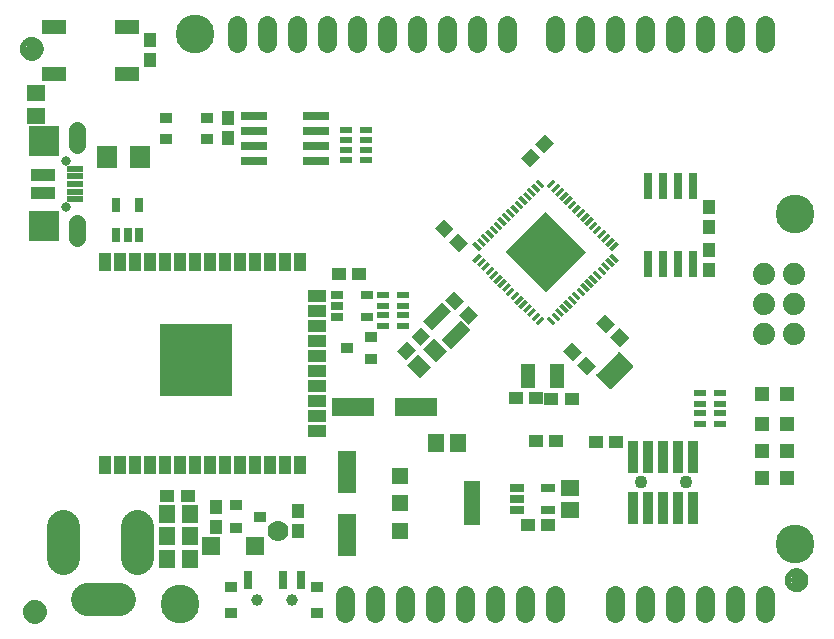
<source format=gbr>
G04 EAGLE Gerber RS-274X export*
G75*
%MOMM*%
%FSLAX34Y34*%
%LPD*%
%INSoldermask Top*%
%IPPOS*%
%AMOC8*
5,1,8,0,0,1.08239X$1,22.5*%
G01*
%ADD10C,3.276600*%
%ADD11C,1.879600*%
%ADD12C,1.601600*%
%ADD13R,1.341600X1.601600*%
%ADD14R,1.501600X3.657600*%
%ADD15R,3.657600X1.501600*%
%ADD16R,1.301600X1.301600*%
%ADD17R,1.501600X1.501600*%
%ADD18C,1.101600*%
%ADD19C,0.500000*%
%ADD20R,1.601600X1.341600*%
%ADD21R,1.301600X0.651600*%
%ADD22R,1.401600X1.401600*%
%ADD23R,1.401600X3.701600*%
%ADD24R,1.101600X1.176600*%
%ADD25R,0.990600X0.889000*%
%ADD26C,0.801600*%
%ADD27R,2.514600X2.514600*%
%ADD28C,1.409600*%
%ADD29R,2.101600X1.101600*%
%ADD30R,1.450000X0.500000*%
%ADD31R,1.701600X1.904600*%
%ADD32R,2.101600X1.301600*%
%ADD33C,1.778000*%
%ADD34R,1.176600X1.101600*%
%ADD35R,1.091600X0.791600*%
%ADD36R,1.001600X0.551600*%
%ADD37R,0.861600X2.701600*%
%ADD38R,0.701600X2.301600*%
%ADD39R,1.101600X0.951600*%
%ADD40R,0.801600X0.321600*%
%ADD41R,4.801600X4.801600*%
%ADD42R,1.117600X2.301600*%
%ADD43R,1.201600X2.001600*%
%ADD44C,2.801600*%
%ADD45R,1.101600X0.901600*%
%ADD46R,0.801600X1.601600*%
%ADD47C,1.001600*%
%ADD48R,1.001600X1.601600*%
%ADD49R,1.601600X1.001600*%
%ADD50R,6.101600X6.101600*%
%ADD51R,0.651600X1.301600*%
%ADD52R,2.311400X0.711200*%

G36*
X504114Y207355D02*
X504114Y207355D01*
X504233Y207359D01*
X504272Y207370D01*
X504312Y207374D01*
X504424Y207414D01*
X504539Y207447D01*
X504573Y207468D01*
X504612Y207482D01*
X504710Y207548D01*
X504813Y207609D01*
X504858Y207649D01*
X504875Y207660D01*
X504888Y207675D01*
X504933Y207715D01*
X522894Y225676D01*
X522967Y225770D01*
X523046Y225859D01*
X523064Y225895D01*
X523089Y225927D01*
X523136Y226036D01*
X523190Y226142D01*
X523199Y226182D01*
X523215Y226219D01*
X523234Y226337D01*
X523260Y226453D01*
X523259Y226493D01*
X523265Y226533D01*
X523254Y226652D01*
X523250Y226770D01*
X523239Y226809D01*
X523235Y226850D01*
X523195Y226962D01*
X523162Y227076D01*
X523141Y227111D01*
X523128Y227149D01*
X523061Y227247D01*
X523000Y227350D01*
X522960Y227395D01*
X522949Y227412D01*
X522934Y227425D01*
X522894Y227471D01*
X512118Y238247D01*
X512023Y238320D01*
X511934Y238399D01*
X511898Y238417D01*
X511866Y238442D01*
X511757Y238489D01*
X511651Y238543D01*
X511612Y238552D01*
X511574Y238568D01*
X511457Y238587D01*
X511341Y238613D01*
X511300Y238612D01*
X511260Y238618D01*
X511142Y238607D01*
X511023Y238603D01*
X510984Y238592D01*
X510944Y238588D01*
X510832Y238548D01*
X510717Y238515D01*
X510683Y238494D01*
X510644Y238481D01*
X510546Y238414D01*
X510443Y238353D01*
X510398Y238314D01*
X510381Y238302D01*
X510368Y238287D01*
X510323Y238247D01*
X492362Y220287D01*
X492289Y220192D01*
X492210Y220103D01*
X492192Y220067D01*
X492167Y220035D01*
X492120Y219926D01*
X492066Y219820D01*
X492057Y219781D01*
X492041Y219743D01*
X492022Y219626D01*
X491996Y219510D01*
X491997Y219469D01*
X491991Y219429D01*
X492002Y219311D01*
X492006Y219192D01*
X492017Y219153D01*
X492021Y219113D01*
X492061Y219001D01*
X492094Y218886D01*
X492115Y218852D01*
X492128Y218813D01*
X492195Y218715D01*
X492256Y218612D01*
X492296Y218567D01*
X492307Y218550D01*
X492322Y218537D01*
X492362Y218492D01*
X503138Y207715D01*
X503233Y207642D01*
X503322Y207563D01*
X503358Y207545D01*
X503390Y207520D01*
X503499Y207473D01*
X503605Y207419D01*
X503644Y207410D01*
X503682Y207394D01*
X503799Y207375D01*
X503915Y207349D01*
X503956Y207350D01*
X503996Y207344D01*
X504114Y207355D01*
G37*
D10*
X660400Y355600D03*
X660400Y76200D03*
X152400Y508000D03*
X139700Y25400D03*
D11*
X659130Y304800D03*
X659130Y279400D03*
X659130Y254000D03*
X633730Y304800D03*
X633730Y279400D03*
X633730Y254000D03*
D12*
X508000Y32900D02*
X508000Y17900D01*
X533400Y17900D02*
X533400Y32900D01*
X558800Y32900D02*
X558800Y17900D01*
X584200Y17900D02*
X584200Y32900D01*
X609600Y32900D02*
X609600Y17900D01*
X635000Y17900D02*
X635000Y32900D01*
D13*
X375260Y161290D03*
X356260Y161290D03*
D14*
X280924Y83950D03*
X280924Y137030D03*
D15*
X286134Y192278D03*
X339214Y192278D03*
D16*
X632374Y203454D03*
X653374Y203454D03*
D17*
X202650Y74676D03*
X165650Y74676D03*
D18*
X13970Y495300D03*
D19*
X13970Y502800D02*
X13789Y502798D01*
X13608Y502791D01*
X13427Y502780D01*
X13246Y502765D01*
X13066Y502745D01*
X12886Y502721D01*
X12707Y502693D01*
X12529Y502660D01*
X12352Y502623D01*
X12175Y502582D01*
X12000Y502537D01*
X11825Y502487D01*
X11652Y502433D01*
X11481Y502375D01*
X11310Y502313D01*
X11142Y502246D01*
X10975Y502176D01*
X10809Y502102D01*
X10646Y502023D01*
X10485Y501941D01*
X10325Y501855D01*
X10168Y501765D01*
X10013Y501671D01*
X9860Y501574D01*
X9710Y501472D01*
X9562Y501368D01*
X9416Y501259D01*
X9274Y501148D01*
X9134Y501032D01*
X8997Y500914D01*
X8862Y500792D01*
X8731Y500667D01*
X8603Y500539D01*
X8478Y500408D01*
X8356Y500273D01*
X8238Y500136D01*
X8122Y499996D01*
X8011Y499854D01*
X7902Y499708D01*
X7798Y499560D01*
X7696Y499410D01*
X7599Y499257D01*
X7505Y499102D01*
X7415Y498945D01*
X7329Y498785D01*
X7247Y498624D01*
X7168Y498461D01*
X7094Y498295D01*
X7024Y498128D01*
X6957Y497960D01*
X6895Y497789D01*
X6837Y497618D01*
X6783Y497445D01*
X6733Y497270D01*
X6688Y497095D01*
X6647Y496918D01*
X6610Y496741D01*
X6577Y496563D01*
X6549Y496384D01*
X6525Y496204D01*
X6505Y496024D01*
X6490Y495843D01*
X6479Y495662D01*
X6472Y495481D01*
X6470Y495300D01*
X13970Y502800D02*
X14151Y502798D01*
X14332Y502791D01*
X14513Y502780D01*
X14694Y502765D01*
X14874Y502745D01*
X15054Y502721D01*
X15233Y502693D01*
X15411Y502660D01*
X15588Y502623D01*
X15765Y502582D01*
X15940Y502537D01*
X16115Y502487D01*
X16288Y502433D01*
X16459Y502375D01*
X16630Y502313D01*
X16798Y502246D01*
X16965Y502176D01*
X17131Y502102D01*
X17294Y502023D01*
X17455Y501941D01*
X17615Y501855D01*
X17772Y501765D01*
X17927Y501671D01*
X18080Y501574D01*
X18230Y501472D01*
X18378Y501368D01*
X18524Y501259D01*
X18666Y501148D01*
X18806Y501032D01*
X18943Y500914D01*
X19078Y500792D01*
X19209Y500667D01*
X19337Y500539D01*
X19462Y500408D01*
X19584Y500273D01*
X19702Y500136D01*
X19818Y499996D01*
X19929Y499854D01*
X20038Y499708D01*
X20142Y499560D01*
X20244Y499410D01*
X20341Y499257D01*
X20435Y499102D01*
X20525Y498945D01*
X20611Y498785D01*
X20693Y498624D01*
X20772Y498461D01*
X20846Y498295D01*
X20916Y498128D01*
X20983Y497960D01*
X21045Y497789D01*
X21103Y497618D01*
X21157Y497445D01*
X21207Y497270D01*
X21252Y497095D01*
X21293Y496918D01*
X21330Y496741D01*
X21363Y496563D01*
X21391Y496384D01*
X21415Y496204D01*
X21435Y496024D01*
X21450Y495843D01*
X21461Y495662D01*
X21468Y495481D01*
X21470Y495300D01*
X21468Y495119D01*
X21461Y494938D01*
X21450Y494757D01*
X21435Y494576D01*
X21415Y494396D01*
X21391Y494216D01*
X21363Y494037D01*
X21330Y493859D01*
X21293Y493682D01*
X21252Y493505D01*
X21207Y493330D01*
X21157Y493155D01*
X21103Y492982D01*
X21045Y492811D01*
X20983Y492640D01*
X20916Y492472D01*
X20846Y492305D01*
X20772Y492139D01*
X20693Y491976D01*
X20611Y491815D01*
X20525Y491655D01*
X20435Y491498D01*
X20341Y491343D01*
X20244Y491190D01*
X20142Y491040D01*
X20038Y490892D01*
X19929Y490746D01*
X19818Y490604D01*
X19702Y490464D01*
X19584Y490327D01*
X19462Y490192D01*
X19337Y490061D01*
X19209Y489933D01*
X19078Y489808D01*
X18943Y489686D01*
X18806Y489568D01*
X18666Y489452D01*
X18524Y489341D01*
X18378Y489232D01*
X18230Y489128D01*
X18080Y489026D01*
X17927Y488929D01*
X17772Y488835D01*
X17615Y488745D01*
X17455Y488659D01*
X17294Y488577D01*
X17131Y488498D01*
X16965Y488424D01*
X16798Y488354D01*
X16630Y488287D01*
X16459Y488225D01*
X16288Y488167D01*
X16115Y488113D01*
X15940Y488063D01*
X15765Y488018D01*
X15588Y487977D01*
X15411Y487940D01*
X15233Y487907D01*
X15054Y487879D01*
X14874Y487855D01*
X14694Y487835D01*
X14513Y487820D01*
X14332Y487809D01*
X14151Y487802D01*
X13970Y487800D01*
X13789Y487802D01*
X13608Y487809D01*
X13427Y487820D01*
X13246Y487835D01*
X13066Y487855D01*
X12886Y487879D01*
X12707Y487907D01*
X12529Y487940D01*
X12352Y487977D01*
X12175Y488018D01*
X12000Y488063D01*
X11825Y488113D01*
X11652Y488167D01*
X11481Y488225D01*
X11310Y488287D01*
X11142Y488354D01*
X10975Y488424D01*
X10809Y488498D01*
X10646Y488577D01*
X10485Y488659D01*
X10325Y488745D01*
X10168Y488835D01*
X10013Y488929D01*
X9860Y489026D01*
X9710Y489128D01*
X9562Y489232D01*
X9416Y489341D01*
X9274Y489452D01*
X9134Y489568D01*
X8997Y489686D01*
X8862Y489808D01*
X8731Y489933D01*
X8603Y490061D01*
X8478Y490192D01*
X8356Y490327D01*
X8238Y490464D01*
X8122Y490604D01*
X8011Y490746D01*
X7902Y490892D01*
X7798Y491040D01*
X7696Y491190D01*
X7599Y491343D01*
X7505Y491498D01*
X7415Y491655D01*
X7329Y491815D01*
X7247Y491976D01*
X7168Y492139D01*
X7094Y492305D01*
X7024Y492472D01*
X6957Y492640D01*
X6895Y492811D01*
X6837Y492982D01*
X6783Y493155D01*
X6733Y493330D01*
X6688Y493505D01*
X6647Y493682D01*
X6610Y493859D01*
X6577Y494037D01*
X6549Y494216D01*
X6525Y494396D01*
X6505Y494576D01*
X6490Y494757D01*
X6479Y494938D01*
X6472Y495119D01*
X6470Y495300D01*
D18*
X661590Y45490D03*
D19*
X661590Y52990D02*
X661409Y52988D01*
X661228Y52981D01*
X661047Y52970D01*
X660866Y52955D01*
X660686Y52935D01*
X660506Y52911D01*
X660327Y52883D01*
X660149Y52850D01*
X659972Y52813D01*
X659795Y52772D01*
X659620Y52727D01*
X659445Y52677D01*
X659272Y52623D01*
X659101Y52565D01*
X658930Y52503D01*
X658762Y52436D01*
X658595Y52366D01*
X658429Y52292D01*
X658266Y52213D01*
X658105Y52131D01*
X657945Y52045D01*
X657788Y51955D01*
X657633Y51861D01*
X657480Y51764D01*
X657330Y51662D01*
X657182Y51558D01*
X657036Y51449D01*
X656894Y51338D01*
X656754Y51222D01*
X656617Y51104D01*
X656482Y50982D01*
X656351Y50857D01*
X656223Y50729D01*
X656098Y50598D01*
X655976Y50463D01*
X655858Y50326D01*
X655742Y50186D01*
X655631Y50044D01*
X655522Y49898D01*
X655418Y49750D01*
X655316Y49600D01*
X655219Y49447D01*
X655125Y49292D01*
X655035Y49135D01*
X654949Y48975D01*
X654867Y48814D01*
X654788Y48651D01*
X654714Y48485D01*
X654644Y48318D01*
X654577Y48150D01*
X654515Y47979D01*
X654457Y47808D01*
X654403Y47635D01*
X654353Y47460D01*
X654308Y47285D01*
X654267Y47108D01*
X654230Y46931D01*
X654197Y46753D01*
X654169Y46574D01*
X654145Y46394D01*
X654125Y46214D01*
X654110Y46033D01*
X654099Y45852D01*
X654092Y45671D01*
X654090Y45490D01*
X661590Y52990D02*
X661771Y52988D01*
X661952Y52981D01*
X662133Y52970D01*
X662314Y52955D01*
X662494Y52935D01*
X662674Y52911D01*
X662853Y52883D01*
X663031Y52850D01*
X663208Y52813D01*
X663385Y52772D01*
X663560Y52727D01*
X663735Y52677D01*
X663908Y52623D01*
X664079Y52565D01*
X664250Y52503D01*
X664418Y52436D01*
X664585Y52366D01*
X664751Y52292D01*
X664914Y52213D01*
X665075Y52131D01*
X665235Y52045D01*
X665392Y51955D01*
X665547Y51861D01*
X665700Y51764D01*
X665850Y51662D01*
X665998Y51558D01*
X666144Y51449D01*
X666286Y51338D01*
X666426Y51222D01*
X666563Y51104D01*
X666698Y50982D01*
X666829Y50857D01*
X666957Y50729D01*
X667082Y50598D01*
X667204Y50463D01*
X667322Y50326D01*
X667438Y50186D01*
X667549Y50044D01*
X667658Y49898D01*
X667762Y49750D01*
X667864Y49600D01*
X667961Y49447D01*
X668055Y49292D01*
X668145Y49135D01*
X668231Y48975D01*
X668313Y48814D01*
X668392Y48651D01*
X668466Y48485D01*
X668536Y48318D01*
X668603Y48150D01*
X668665Y47979D01*
X668723Y47808D01*
X668777Y47635D01*
X668827Y47460D01*
X668872Y47285D01*
X668913Y47108D01*
X668950Y46931D01*
X668983Y46753D01*
X669011Y46574D01*
X669035Y46394D01*
X669055Y46214D01*
X669070Y46033D01*
X669081Y45852D01*
X669088Y45671D01*
X669090Y45490D01*
X669088Y45309D01*
X669081Y45128D01*
X669070Y44947D01*
X669055Y44766D01*
X669035Y44586D01*
X669011Y44406D01*
X668983Y44227D01*
X668950Y44049D01*
X668913Y43872D01*
X668872Y43695D01*
X668827Y43520D01*
X668777Y43345D01*
X668723Y43172D01*
X668665Y43001D01*
X668603Y42830D01*
X668536Y42662D01*
X668466Y42495D01*
X668392Y42329D01*
X668313Y42166D01*
X668231Y42005D01*
X668145Y41845D01*
X668055Y41688D01*
X667961Y41533D01*
X667864Y41380D01*
X667762Y41230D01*
X667658Y41082D01*
X667549Y40936D01*
X667438Y40794D01*
X667322Y40654D01*
X667204Y40517D01*
X667082Y40382D01*
X666957Y40251D01*
X666829Y40123D01*
X666698Y39998D01*
X666563Y39876D01*
X666426Y39758D01*
X666286Y39642D01*
X666144Y39531D01*
X665998Y39422D01*
X665850Y39318D01*
X665700Y39216D01*
X665547Y39119D01*
X665392Y39025D01*
X665235Y38935D01*
X665075Y38849D01*
X664914Y38767D01*
X664751Y38688D01*
X664585Y38614D01*
X664418Y38544D01*
X664250Y38477D01*
X664079Y38415D01*
X663908Y38357D01*
X663735Y38303D01*
X663560Y38253D01*
X663385Y38208D01*
X663208Y38167D01*
X663031Y38130D01*
X662853Y38097D01*
X662674Y38069D01*
X662494Y38045D01*
X662314Y38025D01*
X662133Y38010D01*
X661952Y37999D01*
X661771Y37992D01*
X661590Y37990D01*
X661409Y37992D01*
X661228Y37999D01*
X661047Y38010D01*
X660866Y38025D01*
X660686Y38045D01*
X660506Y38069D01*
X660327Y38097D01*
X660149Y38130D01*
X659972Y38167D01*
X659795Y38208D01*
X659620Y38253D01*
X659445Y38303D01*
X659272Y38357D01*
X659101Y38415D01*
X658930Y38477D01*
X658762Y38544D01*
X658595Y38614D01*
X658429Y38688D01*
X658266Y38767D01*
X658105Y38849D01*
X657945Y38935D01*
X657788Y39025D01*
X657633Y39119D01*
X657480Y39216D01*
X657330Y39318D01*
X657182Y39422D01*
X657036Y39531D01*
X656894Y39642D01*
X656754Y39758D01*
X656617Y39876D01*
X656482Y39998D01*
X656351Y40123D01*
X656223Y40251D01*
X656098Y40382D01*
X655976Y40517D01*
X655858Y40654D01*
X655742Y40794D01*
X655631Y40936D01*
X655522Y41082D01*
X655418Y41230D01*
X655316Y41380D01*
X655219Y41533D01*
X655125Y41688D01*
X655035Y41845D01*
X654949Y42005D01*
X654867Y42166D01*
X654788Y42329D01*
X654714Y42495D01*
X654644Y42662D01*
X654577Y42830D01*
X654515Y43001D01*
X654457Y43172D01*
X654403Y43345D01*
X654353Y43520D01*
X654308Y43695D01*
X654267Y43872D01*
X654230Y44049D01*
X654197Y44227D01*
X654169Y44406D01*
X654145Y44586D01*
X654125Y44766D01*
X654110Y44947D01*
X654099Y45128D01*
X654092Y45309D01*
X654090Y45490D01*
D18*
X16726Y18606D03*
D19*
X16726Y26106D02*
X16545Y26104D01*
X16364Y26097D01*
X16183Y26086D01*
X16002Y26071D01*
X15822Y26051D01*
X15642Y26027D01*
X15463Y25999D01*
X15285Y25966D01*
X15108Y25929D01*
X14931Y25888D01*
X14756Y25843D01*
X14581Y25793D01*
X14408Y25739D01*
X14237Y25681D01*
X14066Y25619D01*
X13898Y25552D01*
X13731Y25482D01*
X13565Y25408D01*
X13402Y25329D01*
X13241Y25247D01*
X13081Y25161D01*
X12924Y25071D01*
X12769Y24977D01*
X12616Y24880D01*
X12466Y24778D01*
X12318Y24674D01*
X12172Y24565D01*
X12030Y24454D01*
X11890Y24338D01*
X11753Y24220D01*
X11618Y24098D01*
X11487Y23973D01*
X11359Y23845D01*
X11234Y23714D01*
X11112Y23579D01*
X10994Y23442D01*
X10878Y23302D01*
X10767Y23160D01*
X10658Y23014D01*
X10554Y22866D01*
X10452Y22716D01*
X10355Y22563D01*
X10261Y22408D01*
X10171Y22251D01*
X10085Y22091D01*
X10003Y21930D01*
X9924Y21767D01*
X9850Y21601D01*
X9780Y21434D01*
X9713Y21266D01*
X9651Y21095D01*
X9593Y20924D01*
X9539Y20751D01*
X9489Y20576D01*
X9444Y20401D01*
X9403Y20224D01*
X9366Y20047D01*
X9333Y19869D01*
X9305Y19690D01*
X9281Y19510D01*
X9261Y19330D01*
X9246Y19149D01*
X9235Y18968D01*
X9228Y18787D01*
X9226Y18606D01*
X16726Y26106D02*
X16907Y26104D01*
X17088Y26097D01*
X17269Y26086D01*
X17450Y26071D01*
X17630Y26051D01*
X17810Y26027D01*
X17989Y25999D01*
X18167Y25966D01*
X18344Y25929D01*
X18521Y25888D01*
X18696Y25843D01*
X18871Y25793D01*
X19044Y25739D01*
X19215Y25681D01*
X19386Y25619D01*
X19554Y25552D01*
X19721Y25482D01*
X19887Y25408D01*
X20050Y25329D01*
X20211Y25247D01*
X20371Y25161D01*
X20528Y25071D01*
X20683Y24977D01*
X20836Y24880D01*
X20986Y24778D01*
X21134Y24674D01*
X21280Y24565D01*
X21422Y24454D01*
X21562Y24338D01*
X21699Y24220D01*
X21834Y24098D01*
X21965Y23973D01*
X22093Y23845D01*
X22218Y23714D01*
X22340Y23579D01*
X22458Y23442D01*
X22574Y23302D01*
X22685Y23160D01*
X22794Y23014D01*
X22898Y22866D01*
X23000Y22716D01*
X23097Y22563D01*
X23191Y22408D01*
X23281Y22251D01*
X23367Y22091D01*
X23449Y21930D01*
X23528Y21767D01*
X23602Y21601D01*
X23672Y21434D01*
X23739Y21266D01*
X23801Y21095D01*
X23859Y20924D01*
X23913Y20751D01*
X23963Y20576D01*
X24008Y20401D01*
X24049Y20224D01*
X24086Y20047D01*
X24119Y19869D01*
X24147Y19690D01*
X24171Y19510D01*
X24191Y19330D01*
X24206Y19149D01*
X24217Y18968D01*
X24224Y18787D01*
X24226Y18606D01*
X24224Y18425D01*
X24217Y18244D01*
X24206Y18063D01*
X24191Y17882D01*
X24171Y17702D01*
X24147Y17522D01*
X24119Y17343D01*
X24086Y17165D01*
X24049Y16988D01*
X24008Y16811D01*
X23963Y16636D01*
X23913Y16461D01*
X23859Y16288D01*
X23801Y16117D01*
X23739Y15946D01*
X23672Y15778D01*
X23602Y15611D01*
X23528Y15445D01*
X23449Y15282D01*
X23367Y15121D01*
X23281Y14961D01*
X23191Y14804D01*
X23097Y14649D01*
X23000Y14496D01*
X22898Y14346D01*
X22794Y14198D01*
X22685Y14052D01*
X22574Y13910D01*
X22458Y13770D01*
X22340Y13633D01*
X22218Y13498D01*
X22093Y13367D01*
X21965Y13239D01*
X21834Y13114D01*
X21699Y12992D01*
X21562Y12874D01*
X21422Y12758D01*
X21280Y12647D01*
X21134Y12538D01*
X20986Y12434D01*
X20836Y12332D01*
X20683Y12235D01*
X20528Y12141D01*
X20371Y12051D01*
X20211Y11965D01*
X20050Y11883D01*
X19887Y11804D01*
X19721Y11730D01*
X19554Y11660D01*
X19386Y11593D01*
X19215Y11531D01*
X19044Y11473D01*
X18871Y11419D01*
X18696Y11369D01*
X18521Y11324D01*
X18344Y11283D01*
X18167Y11246D01*
X17989Y11213D01*
X17810Y11185D01*
X17630Y11161D01*
X17450Y11141D01*
X17269Y11126D01*
X17088Y11115D01*
X16907Y11108D01*
X16726Y11106D01*
X16545Y11108D01*
X16364Y11115D01*
X16183Y11126D01*
X16002Y11141D01*
X15822Y11161D01*
X15642Y11185D01*
X15463Y11213D01*
X15285Y11246D01*
X15108Y11283D01*
X14931Y11324D01*
X14756Y11369D01*
X14581Y11419D01*
X14408Y11473D01*
X14237Y11531D01*
X14066Y11593D01*
X13898Y11660D01*
X13731Y11730D01*
X13565Y11804D01*
X13402Y11883D01*
X13241Y11965D01*
X13081Y12051D01*
X12924Y12141D01*
X12769Y12235D01*
X12616Y12332D01*
X12466Y12434D01*
X12318Y12538D01*
X12172Y12647D01*
X12030Y12758D01*
X11890Y12874D01*
X11753Y12992D01*
X11618Y13114D01*
X11487Y13239D01*
X11359Y13367D01*
X11234Y13498D01*
X11112Y13633D01*
X10994Y13770D01*
X10878Y13910D01*
X10767Y14052D01*
X10658Y14198D01*
X10554Y14346D01*
X10452Y14496D01*
X10355Y14649D01*
X10261Y14804D01*
X10171Y14961D01*
X10085Y15121D01*
X10003Y15282D01*
X9924Y15445D01*
X9850Y15611D01*
X9780Y15778D01*
X9713Y15946D01*
X9651Y16117D01*
X9593Y16288D01*
X9539Y16461D01*
X9489Y16636D01*
X9444Y16811D01*
X9403Y16988D01*
X9366Y17165D01*
X9333Y17343D01*
X9305Y17522D01*
X9281Y17702D01*
X9261Y17882D01*
X9246Y18063D01*
X9235Y18244D01*
X9228Y18425D01*
X9226Y18606D01*
D16*
X653374Y132334D03*
X632374Y132334D03*
D20*
X469900Y104800D03*
X469900Y123800D03*
D21*
X425150Y123800D03*
X425150Y114300D03*
X425150Y104800D03*
X451150Y104800D03*
X451150Y123800D03*
D22*
X326116Y133490D03*
X326116Y110490D03*
X326116Y87490D03*
D23*
X387116Y110490D03*
D24*
X239776Y104004D03*
X239776Y87004D03*
X180340Y436490D03*
X180340Y419490D03*
D25*
X186690Y108966D03*
X186690Y89662D03*
X207010Y99314D03*
D24*
X170180Y107560D03*
X170180Y90560D03*
D26*
X43180Y400500D03*
X43180Y361500D03*
D27*
X24180Y345000D03*
X24180Y417000D03*
D28*
X52180Y414000D02*
X52180Y427080D01*
X52180Y348000D02*
X52180Y334920D01*
D29*
X23180Y388500D03*
X23180Y373500D03*
D30*
X50930Y394000D03*
X50930Y387500D03*
X50930Y381000D03*
X50930Y374500D03*
X50930Y368000D03*
D16*
X632374Y178054D03*
X653374Y178054D03*
X632374Y155194D03*
X653374Y155194D03*
D31*
X105914Y403860D03*
X77474Y403860D03*
D32*
X94500Y474030D03*
X32500Y474030D03*
X32500Y514030D03*
X94500Y514030D03*
D12*
X187960Y515500D02*
X187960Y500500D01*
X213360Y500500D02*
X213360Y515500D01*
X238760Y515500D02*
X238760Y500500D01*
X264160Y500500D02*
X264160Y515500D01*
X289560Y515500D02*
X289560Y500500D01*
X314960Y500500D02*
X314960Y515500D01*
X340360Y515500D02*
X340360Y500500D01*
X365760Y500500D02*
X365760Y515500D01*
X391160Y515500D02*
X391160Y500500D01*
X416560Y500500D02*
X416560Y515500D01*
X457200Y515500D02*
X457200Y500500D01*
X482600Y500500D02*
X482600Y515500D01*
X508000Y515500D02*
X508000Y500500D01*
X533400Y500500D02*
X533400Y515500D01*
X558800Y515500D02*
X558800Y500500D01*
X584200Y500500D02*
X584200Y515500D01*
X609600Y515500D02*
X609600Y500500D01*
X635000Y500500D02*
X635000Y515500D01*
X279400Y32900D02*
X279400Y17900D01*
X304800Y17900D02*
X304800Y32900D01*
X330200Y32900D02*
X330200Y17900D01*
X355600Y17900D02*
X355600Y32900D01*
X381000Y32900D02*
X381000Y17900D01*
X406400Y17900D02*
X406400Y32900D01*
X431800Y32900D02*
X431800Y17900D01*
X457200Y17900D02*
X457200Y32900D01*
D20*
X17780Y457810D03*
X17780Y438810D03*
D33*
X222250Y87376D03*
D25*
X280924Y242062D03*
X301244Y251714D03*
X301244Y232410D03*
D34*
X273948Y305054D03*
X290948Y305054D03*
D35*
X272342Y287122D03*
X272342Y277622D03*
X272342Y268122D03*
X298242Y268122D03*
X298242Y287122D03*
D36*
X579764Y177754D03*
X596764Y177754D03*
X579764Y186754D03*
X579764Y194754D03*
X579764Y203754D03*
X596764Y203754D03*
X596764Y186754D03*
X596764Y194754D03*
X311286Y261066D03*
X328286Y261066D03*
X311286Y270066D03*
X311286Y278066D03*
X311286Y287066D03*
X328286Y287066D03*
X328286Y270066D03*
X328286Y278066D03*
D37*
X523240Y149770D03*
X535940Y149770D03*
X548640Y149770D03*
X561340Y149770D03*
X574040Y149770D03*
X523240Y106770D03*
X535940Y106770D03*
X548640Y106770D03*
X561340Y106770D03*
X574040Y106770D03*
D18*
X529590Y128270D03*
X567690Y128270D03*
D34*
X508880Y162560D03*
X491880Y162560D03*
D38*
X561594Y379098D03*
X561594Y312798D03*
X574294Y379098D03*
X548894Y379098D03*
X536194Y379098D03*
X574294Y312798D03*
X548894Y312798D03*
X536194Y312798D03*
D24*
X587502Y361814D03*
X587502Y344814D03*
D39*
X162280Y419240D03*
X127280Y419240D03*
X162280Y436740D03*
X127280Y436740D03*
D40*
G36*
X452307Y269130D02*
X457975Y263462D01*
X455701Y261188D01*
X450033Y266856D01*
X452307Y269130D01*
G37*
G36*
X455842Y272666D02*
X461510Y266998D01*
X459236Y264724D01*
X453568Y270392D01*
X455842Y272666D01*
G37*
G36*
X459378Y276201D02*
X465046Y270533D01*
X462772Y268259D01*
X457104Y273927D01*
X459378Y276201D01*
G37*
G36*
X462913Y279737D02*
X468581Y274069D01*
X466307Y271795D01*
X460639Y277463D01*
X462913Y279737D01*
G37*
G36*
X466449Y283273D02*
X472117Y277605D01*
X469843Y275331D01*
X464175Y280999D01*
X466449Y283273D01*
G37*
G36*
X469984Y286808D02*
X475652Y281140D01*
X473378Y278866D01*
X467710Y284534D01*
X469984Y286808D01*
G37*
G36*
X473520Y290344D02*
X479188Y284676D01*
X476914Y282402D01*
X471246Y288070D01*
X473520Y290344D01*
G37*
G36*
X477055Y293879D02*
X482723Y288211D01*
X480449Y285937D01*
X474781Y291605D01*
X477055Y293879D01*
G37*
G36*
X480591Y297415D02*
X486259Y291747D01*
X483985Y289473D01*
X478317Y295141D01*
X480591Y297415D01*
G37*
G36*
X484127Y300950D02*
X489795Y295282D01*
X487521Y293008D01*
X481853Y298676D01*
X484127Y300950D01*
G37*
G36*
X487662Y304486D02*
X493330Y298818D01*
X491056Y296544D01*
X485388Y302212D01*
X487662Y304486D01*
G37*
G36*
X491198Y308021D02*
X496866Y302353D01*
X494592Y300079D01*
X488924Y305747D01*
X491198Y308021D01*
G37*
G36*
X494733Y311557D02*
X500401Y305889D01*
X498127Y303615D01*
X492459Y309283D01*
X494733Y311557D01*
G37*
G36*
X498269Y315092D02*
X503937Y309424D01*
X501663Y307150D01*
X495995Y312818D01*
X498269Y315092D01*
G37*
G36*
X501804Y318628D02*
X507472Y312960D01*
X505198Y310686D01*
X499530Y316354D01*
X501804Y318628D01*
G37*
G36*
X505340Y322163D02*
X511008Y316495D01*
X508734Y314221D01*
X503066Y319889D01*
X505340Y322163D01*
G37*
G36*
X503066Y326395D02*
X508734Y332063D01*
X511008Y329789D01*
X505340Y324121D01*
X503066Y326395D01*
G37*
G36*
X499530Y329930D02*
X505198Y335598D01*
X507472Y333324D01*
X501804Y327656D01*
X499530Y329930D01*
G37*
G36*
X495995Y333466D02*
X501663Y339134D01*
X503937Y336860D01*
X498269Y331192D01*
X495995Y333466D01*
G37*
G36*
X492459Y337001D02*
X498127Y342669D01*
X500401Y340395D01*
X494733Y334727D01*
X492459Y337001D01*
G37*
G36*
X488924Y340537D02*
X494592Y346205D01*
X496866Y343931D01*
X491198Y338263D01*
X488924Y340537D01*
G37*
G36*
X485388Y344073D02*
X491056Y349741D01*
X493330Y347467D01*
X487662Y341799D01*
X485388Y344073D01*
G37*
G36*
X481853Y347608D02*
X487521Y353276D01*
X489795Y351002D01*
X484127Y345334D01*
X481853Y347608D01*
G37*
G36*
X478317Y351144D02*
X483985Y356812D01*
X486259Y354538D01*
X480591Y348870D01*
X478317Y351144D01*
G37*
G36*
X474781Y354679D02*
X480449Y360347D01*
X482723Y358073D01*
X477055Y352405D01*
X474781Y354679D01*
G37*
G36*
X471246Y358215D02*
X476914Y363883D01*
X479188Y361609D01*
X473520Y355941D01*
X471246Y358215D01*
G37*
G36*
X467710Y361750D02*
X473378Y367418D01*
X475652Y365144D01*
X469984Y359476D01*
X467710Y361750D01*
G37*
G36*
X464175Y365286D02*
X469843Y370954D01*
X472117Y368680D01*
X466449Y363012D01*
X464175Y365286D01*
G37*
G36*
X460639Y368821D02*
X466307Y374489D01*
X468581Y372215D01*
X462913Y366547D01*
X460639Y368821D01*
G37*
G36*
X457104Y372357D02*
X462772Y378025D01*
X465046Y375751D01*
X459378Y370083D01*
X457104Y372357D01*
G37*
G36*
X453568Y375892D02*
X459236Y381560D01*
X461510Y379286D01*
X455842Y373618D01*
X453568Y375892D01*
G37*
G36*
X450033Y379428D02*
X455701Y385096D01*
X457975Y382822D01*
X452307Y377154D01*
X450033Y379428D01*
G37*
G36*
X445801Y377154D02*
X440133Y382822D01*
X442407Y385096D01*
X448075Y379428D01*
X445801Y377154D01*
G37*
G36*
X442266Y373618D02*
X436598Y379286D01*
X438872Y381560D01*
X444540Y375892D01*
X442266Y373618D01*
G37*
G36*
X438730Y370083D02*
X433062Y375751D01*
X435336Y378025D01*
X441004Y372357D01*
X438730Y370083D01*
G37*
G36*
X435195Y366547D02*
X429527Y372215D01*
X431801Y374489D01*
X437469Y368821D01*
X435195Y366547D01*
G37*
G36*
X431659Y363012D02*
X425991Y368680D01*
X428265Y370954D01*
X433933Y365286D01*
X431659Y363012D01*
G37*
G36*
X428124Y359476D02*
X422456Y365144D01*
X424730Y367418D01*
X430398Y361750D01*
X428124Y359476D01*
G37*
G36*
X424588Y355941D02*
X418920Y361609D01*
X421194Y363883D01*
X426862Y358215D01*
X424588Y355941D01*
G37*
G36*
X421052Y352405D02*
X415384Y358073D01*
X417658Y360347D01*
X423326Y354679D01*
X421052Y352405D01*
G37*
G36*
X417517Y348870D02*
X411849Y354538D01*
X414123Y356812D01*
X419791Y351144D01*
X417517Y348870D01*
G37*
G36*
X413981Y345334D02*
X408313Y351002D01*
X410587Y353276D01*
X416255Y347608D01*
X413981Y345334D01*
G37*
G36*
X410446Y341799D02*
X404778Y347467D01*
X407052Y349741D01*
X412720Y344073D01*
X410446Y341799D01*
G37*
G36*
X406910Y338263D02*
X401242Y343931D01*
X403516Y346205D01*
X409184Y340537D01*
X406910Y338263D01*
G37*
G36*
X403375Y334727D02*
X397707Y340395D01*
X399981Y342669D01*
X405649Y337001D01*
X403375Y334727D01*
G37*
G36*
X399839Y331192D02*
X394171Y336860D01*
X396445Y339134D01*
X402113Y333466D01*
X399839Y331192D01*
G37*
G36*
X396304Y327656D02*
X390636Y333324D01*
X392910Y335598D01*
X398578Y329930D01*
X396304Y327656D01*
G37*
G36*
X392768Y324121D02*
X387100Y329789D01*
X389374Y332063D01*
X395042Y326395D01*
X392768Y324121D01*
G37*
G36*
X395042Y319889D02*
X389374Y314221D01*
X387100Y316495D01*
X392768Y322163D01*
X395042Y319889D01*
G37*
G36*
X398578Y316354D02*
X392910Y310686D01*
X390636Y312960D01*
X396304Y318628D01*
X398578Y316354D01*
G37*
G36*
X402113Y312818D02*
X396445Y307150D01*
X394171Y309424D01*
X399839Y315092D01*
X402113Y312818D01*
G37*
G36*
X405649Y309283D02*
X399981Y303615D01*
X397707Y305889D01*
X403375Y311557D01*
X405649Y309283D01*
G37*
G36*
X409184Y305747D02*
X403516Y300079D01*
X401242Y302353D01*
X406910Y308021D01*
X409184Y305747D01*
G37*
G36*
X412720Y302212D02*
X407052Y296544D01*
X404778Y298818D01*
X410446Y304486D01*
X412720Y302212D01*
G37*
G36*
X416255Y298676D02*
X410587Y293008D01*
X408313Y295282D01*
X413981Y300950D01*
X416255Y298676D01*
G37*
G36*
X419791Y295141D02*
X414123Y289473D01*
X411849Y291747D01*
X417517Y297415D01*
X419791Y295141D01*
G37*
G36*
X423326Y291605D02*
X417658Y285937D01*
X415384Y288211D01*
X421052Y293879D01*
X423326Y291605D01*
G37*
G36*
X426862Y288070D02*
X421194Y282402D01*
X418920Y284676D01*
X424588Y290344D01*
X426862Y288070D01*
G37*
G36*
X430398Y284534D02*
X424730Y278866D01*
X422456Y281140D01*
X428124Y286808D01*
X430398Y284534D01*
G37*
G36*
X433933Y280999D02*
X428265Y275331D01*
X425991Y277605D01*
X431659Y283273D01*
X433933Y280999D01*
G37*
G36*
X437469Y277463D02*
X431801Y271795D01*
X429527Y274069D01*
X435195Y279737D01*
X437469Y277463D01*
G37*
G36*
X441004Y273927D02*
X435336Y268259D01*
X433062Y270533D01*
X438730Y276201D01*
X441004Y273927D01*
G37*
G36*
X444540Y270392D02*
X438872Y264724D01*
X436598Y266998D01*
X442266Y272666D01*
X444540Y270392D01*
G37*
G36*
X448075Y266856D02*
X442407Y261188D01*
X440133Y263462D01*
X445801Y269130D01*
X448075Y266856D01*
G37*
D41*
G36*
X449054Y357094D02*
X483006Y323142D01*
X449054Y289190D01*
X415102Y323142D01*
X449054Y357094D01*
G37*
D13*
G36*
X345091Y241063D02*
X354577Y250549D01*
X365901Y239225D01*
X356415Y229739D01*
X345091Y241063D01*
G37*
G36*
X331656Y227627D02*
X341142Y237113D01*
X352466Y225789D01*
X342980Y216303D01*
X331656Y227627D01*
G37*
D42*
G36*
X353115Y257265D02*
X345213Y265167D01*
X361487Y281441D01*
X369389Y273539D01*
X353115Y257265D01*
G37*
G36*
X369053Y241327D02*
X361151Y249229D01*
X377425Y265503D01*
X385327Y257601D01*
X369053Y241327D01*
G37*
D34*
G36*
X335423Y251481D02*
X343742Y259800D01*
X351531Y252011D01*
X343212Y243692D01*
X335423Y251481D01*
G37*
G36*
X323402Y239461D02*
X331721Y247780D01*
X339510Y239991D01*
X331191Y231672D01*
X323402Y239461D01*
G37*
X424062Y199644D03*
X441062Y199644D03*
X471034Y198628D03*
X454034Y198628D03*
D43*
X434532Y218694D03*
X458532Y218694D03*
D34*
G36*
X383888Y277969D02*
X392207Y269650D01*
X384418Y261861D01*
X376099Y270180D01*
X383888Y277969D01*
G37*
G36*
X371867Y289990D02*
X380186Y281671D01*
X372397Y273882D01*
X364078Y282201D01*
X371867Y289990D01*
G37*
G36*
X440052Y414767D02*
X448371Y423086D01*
X456160Y415297D01*
X447841Y406978D01*
X440052Y414767D01*
G37*
G36*
X428032Y402746D02*
X436351Y411065D01*
X444140Y403276D01*
X435821Y394957D01*
X428032Y402746D01*
G37*
G36*
X363435Y335150D02*
X355116Y343469D01*
X362905Y351258D01*
X371224Y342939D01*
X363435Y335150D01*
G37*
G36*
X375455Y323130D02*
X367136Y331449D01*
X374925Y339238D01*
X383244Y330919D01*
X375455Y323130D01*
G37*
X145896Y117004D03*
X128896Y117004D03*
G36*
X472029Y230874D02*
X463710Y239193D01*
X471499Y246982D01*
X479818Y238663D01*
X472029Y230874D01*
G37*
G36*
X484049Y218854D02*
X475730Y227173D01*
X483519Y234962D01*
X491838Y226643D01*
X484049Y218854D01*
G37*
X450832Y92466D03*
X433832Y92466D03*
G36*
X511713Y258856D02*
X520032Y250537D01*
X512243Y242748D01*
X503924Y251067D01*
X511713Y258856D01*
G37*
G36*
X499693Y270876D02*
X508012Y262557D01*
X500223Y254768D01*
X491904Y263087D01*
X499693Y270876D01*
G37*
D44*
X102980Y90970D02*
X102980Y63970D01*
X40480Y63970D02*
X40480Y90970D01*
X60980Y29470D02*
X87980Y29470D01*
D45*
X182956Y17448D03*
X182956Y39448D03*
X255956Y39448D03*
X255956Y17448D03*
D46*
X241956Y45948D03*
X226956Y45948D03*
X196956Y45948D03*
D47*
X204456Y28448D03*
X234456Y28448D03*
D24*
X587756Y325238D03*
X587756Y308238D03*
X114046Y502784D03*
X114046Y485784D03*
D34*
X457826Y163576D03*
X440826Y163576D03*
D48*
X76238Y142854D03*
X88938Y142854D03*
X101638Y142854D03*
X114338Y142854D03*
X127038Y142854D03*
X139738Y142854D03*
X152438Y142854D03*
X165138Y142854D03*
X177838Y142854D03*
X190538Y142854D03*
X203238Y142854D03*
X215938Y142854D03*
X228638Y142854D03*
X241338Y142854D03*
D49*
X255238Y171854D03*
X255238Y184554D03*
X255238Y197254D03*
X255238Y209954D03*
X255238Y222654D03*
X255238Y235354D03*
X255238Y248054D03*
X255238Y260754D03*
X255238Y273454D03*
X255238Y286154D03*
D48*
X241338Y314854D03*
X228638Y314854D03*
X215938Y314854D03*
X203238Y314854D03*
X190538Y314854D03*
X177838Y314854D03*
X165138Y314854D03*
X152438Y314854D03*
X139738Y314854D03*
X127038Y314854D03*
X114338Y314854D03*
X101638Y314854D03*
X88938Y314854D03*
X76238Y314854D03*
D50*
X153238Y232254D03*
D13*
X128930Y101600D03*
X147930Y101600D03*
X128930Y82550D03*
X147930Y82550D03*
X128930Y63500D03*
X147930Y63500D03*
D51*
X85750Y337520D03*
X95250Y337520D03*
X104750Y337520D03*
X104750Y363520D03*
X85750Y363520D03*
D52*
X202438Y438150D03*
X202438Y425450D03*
X202438Y412750D03*
X202438Y400050D03*
X254762Y400050D03*
X254762Y412750D03*
X254762Y425450D03*
X254762Y438150D03*
D36*
X279790Y401020D03*
X296790Y401020D03*
X279790Y410020D03*
X279790Y418020D03*
X279790Y427020D03*
X296790Y427020D03*
X296790Y410020D03*
X296790Y418020D03*
M02*

</source>
